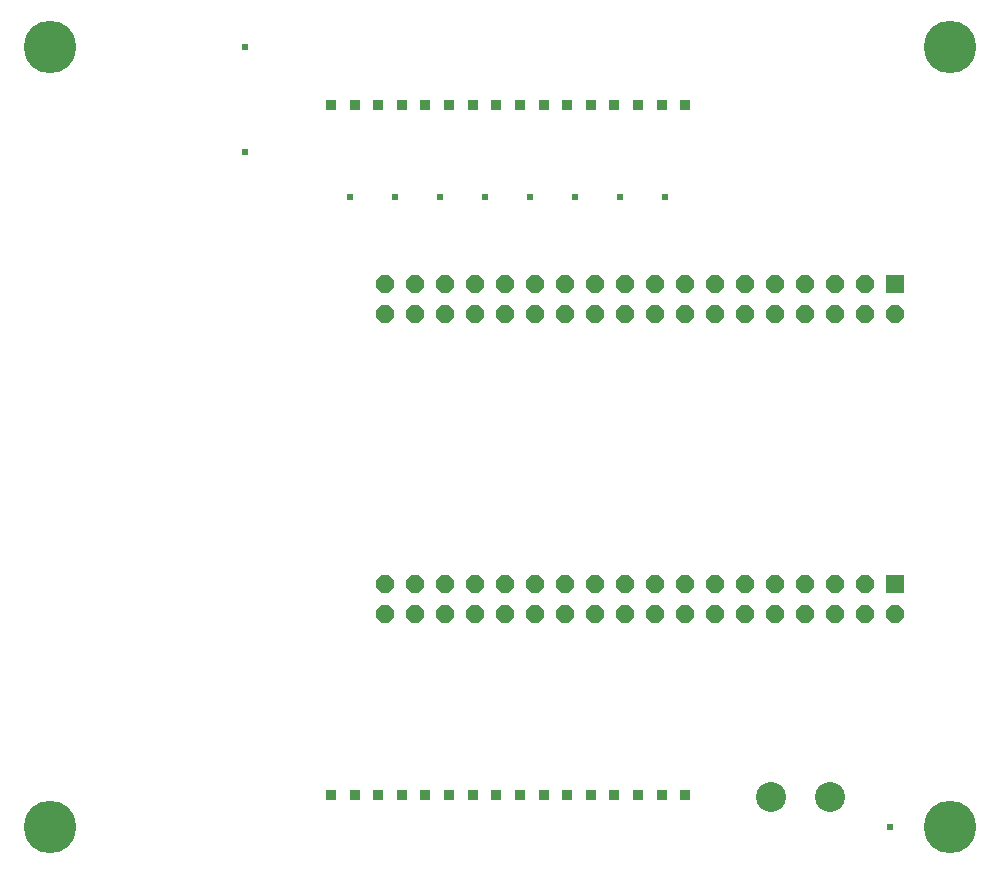
<source format=gbr>
G04 EAGLE Gerber RS-274X export*
G75*
%MOMM*%
%FSLAX34Y34*%
%LPD*%
%INBottom Copper*%
%IPPOS*%
%AMOC8*
5,1,8,0,0,1.08239X$1,22.5*%
G01*
%ADD10R,1.524000X1.524000*%
%ADD11P,1.649562X8X202.500000*%
%ADD12R,0.854800X0.854800*%
%ADD13C,2.540000*%
%ADD14C,4.445000*%
%ADD15C,0.609600*%


D10*
X766400Y510800D03*
D11*
X766400Y485400D03*
X741000Y510800D03*
X741000Y485400D03*
X715600Y510800D03*
X715600Y485400D03*
X690200Y510800D03*
X690200Y485400D03*
X664800Y510800D03*
X664800Y485400D03*
X639400Y510800D03*
X639400Y485400D03*
X614000Y510800D03*
X614000Y485400D03*
X588600Y510800D03*
X588600Y485400D03*
X563200Y510800D03*
X563200Y485400D03*
X537800Y510800D03*
X537800Y485400D03*
X512400Y510800D03*
X512400Y485400D03*
X487000Y510800D03*
X487000Y485400D03*
X461600Y510800D03*
X461600Y485400D03*
X436200Y510800D03*
X436200Y485400D03*
X410800Y510800D03*
X410800Y485400D03*
X385400Y510800D03*
X385400Y485400D03*
X360000Y510800D03*
X360000Y485400D03*
X334600Y510800D03*
X334600Y485400D03*
D10*
X766400Y256800D03*
D11*
X766400Y231400D03*
X741000Y256800D03*
X741000Y231400D03*
X715600Y256800D03*
X715600Y231400D03*
X690200Y256800D03*
X690200Y231400D03*
X664800Y256800D03*
X664800Y231400D03*
X639400Y256800D03*
X639400Y231400D03*
X614000Y256800D03*
X614000Y231400D03*
X588600Y256800D03*
X588600Y231400D03*
X563200Y256800D03*
X563200Y231400D03*
X537800Y256800D03*
X537800Y231400D03*
X512400Y256800D03*
X512400Y231400D03*
X487000Y256800D03*
X487000Y231400D03*
X461600Y256800D03*
X461600Y231400D03*
X436200Y256800D03*
X436200Y231400D03*
X410800Y256800D03*
X410800Y231400D03*
X385400Y256800D03*
X385400Y231400D03*
X360000Y256800D03*
X360000Y231400D03*
X334600Y256800D03*
X334600Y231400D03*
D12*
X288600Y77800D03*
X308600Y77800D03*
X328600Y77800D03*
X348600Y77800D03*
X368600Y77800D03*
X388600Y77800D03*
X408600Y77800D03*
X428600Y77800D03*
X448600Y77800D03*
X468600Y77800D03*
X488600Y77800D03*
X508600Y77800D03*
X528600Y77800D03*
X548600Y77800D03*
X568600Y77800D03*
X588600Y77800D03*
X288600Y662000D03*
X308600Y662000D03*
X328600Y662000D03*
X348600Y662000D03*
X368600Y662000D03*
X388600Y662000D03*
X408600Y662000D03*
X428600Y662000D03*
X448600Y662000D03*
X468600Y662000D03*
X488600Y662000D03*
X508600Y662000D03*
X528600Y662000D03*
X548600Y662000D03*
X568600Y662000D03*
X588600Y662000D03*
D13*
X660800Y76200D03*
X710800Y76200D03*
D14*
X812800Y50800D03*
X812800Y711200D03*
X50800Y50800D03*
X50800Y711200D03*
D15*
X215900Y622300D03*
X304800Y584200D03*
X342900Y584200D03*
X381000Y584200D03*
X419100Y584200D03*
X457200Y584200D03*
X495300Y584200D03*
X533400Y584200D03*
X571500Y584200D03*
X762000Y50800D03*
X215900Y711200D03*
M02*

</source>
